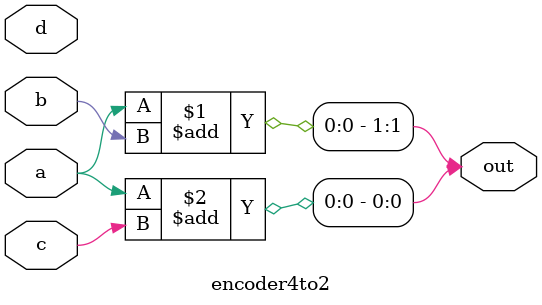
<source format=v>
module  encoder4to2 (
    input a, b, c, d,
    output [1:0] out
);

assign out[1] = a + b;
assign out[0] = a + c;

endmodule
</source>
